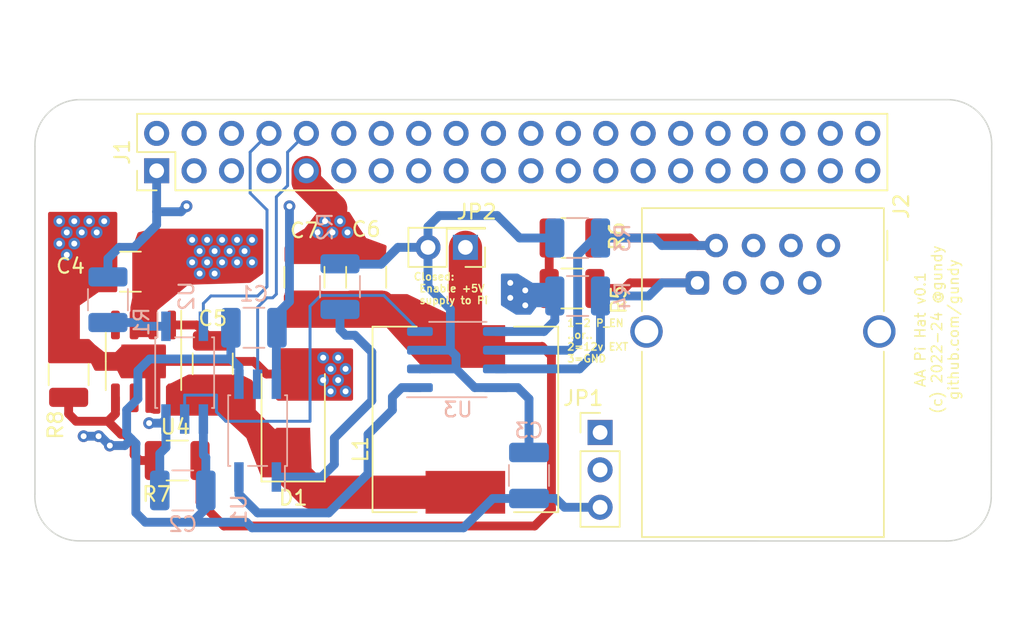
<source format=kicad_pcb>
(kicad_pcb (version 20211014) (generator pcbnew)
  (layers (0 "F.Cu" signal) (1 "In1.Cu" power) (2 "In2.Cu" power) (31 "B.Cu" signal) (34 "B.Paste" user) (35 "F.Paste" user) (36 "B.SilkS" user "B.Silkscreen") (37 "F.SilkS" user "F.Silkscreen") (38 "B.Mask" user) (39 "F.Mask" user) (44 "Edge.Cuts" user))
  (net 0 "")
  (net 1 "+5V")
  (net 2 "GND")
  (net 3 "14_2VIN")
  (net 4 "Net-(C5-Pad1)")
  (net 5 "Net-(C5-Pad2)")
  (net 6 "+3V3")
  (net 10 "TXD")
  (net 11 "RXD")
  (net 39 "unconnected-(J2-PadSH)")
  (net 40 "Net-(R1-Pad2)")
  (net 41 "Net-(R2-Pad2)")
  (net 42 "Net-(R5-Pad2)")
  (net 43 "Net-(R7-Pad2)")
  (net 44 "Net-(U1-Pad3)")
  (net 47 "Net-(U2-Pad5)")
  (net 48 "Net-(C6-Pad1)")
  (net 49 "Net-(J2-Pad5)")
  (net 51 "/CB_RS485_B")
  (net 52 "/CB_RS485_A")
  (footprint "Connector_PinHeader_2.54mm:PinHeader_1x03_P2.54mm_Vertical" (layer "F.Cu") (at 85.979 101.346)
    (fp_text reference "JP1" (at -1.143 -2.33) (layer "F.SilkS"))
    (fp_text value "12v")
    (fp_line (start 1.33 1.27) (end 1.33 6.41) (layer "F.SilkS") (width 0.12))
    (fp_line (start -1.33 -1.33) (end 0 -1.33) (layer "F.SilkS") (width 0.12))
    (fp_line (start -1.33 0) (end -1.33 -1.33) (layer "F.SilkS") (width 0.12))
    (fp_line (start -1.33 6.41) (end 1.33 6.41) (layer "F.SilkS") (width 0.12))
    (fp_line (start -1.33 1.27) (end 1.33 1.27) (layer "F.SilkS") (width 0.12))
    (fp_line (start -1.33 1.27) (end -1.33 6.41) (layer "F.SilkS") (width 0.12))
    (pad "1" thru_hole rect (at 0 0) (size 1.7 1.7) (drill 1) (layers *.Cu *.Mask) (net 49 "Net-(J2-Pad5)"))
    (pad "2" thru_hole oval (at 0 2.54) (size 1.7 1.7) (drill 1) (layers *.Cu *.Mask) (net 3 "14_2VIN"))
    (pad "3" thru_hole oval (at 0 5.08) (size 1.7 1.7) (drill 1) (layers *.Cu *.Mask) (net 2 "GND"))
  )
  (footprint "Diode_SMD:D_SMB_Handsoldering" (layer "F.Cu") (at 65.151 100.076 90)
    (fp_text reference "D1" (at -5.715 0 180) (layer "F.SilkS"))
    (fp_text value "SSB43L")
    (fp_line (start -4.6 -2.15) (end -4.6 2.15) (layer "F.SilkS") (width 0.12))
    (fp_line (start -4.6 2.15) (end 2.7 2.15) (layer "F.SilkS") (width 0.12))
    (fp_line (start -4.6 -2.15) (end 2.7 -2.15) (layer "F.SilkS") (width 0.12))
    (pad "1" smd rect (at -2.7 0 90) (size 3.5 2.3) (layers "F.Cu" "F.Paste" "F.Mask") (net 4 "Net-(C5-Pad1)"))
    (pad "2" smd rect (at 2.7 0 90) (size 3.5 2.3) (layers "F.Cu" "F.Paste" "F.Mask") (net 2 "GND"))
  )
  (footprint "Capacitor_SMD:C_1210_3225Metric_Pad1.33x2.70mm_HandSolder" (layer "F.Cu") (at 59.69 96.6855 90)
    (fp_text reference "C5" (at 3.0865 0 180) (layer "F.SilkS"))
    (fp_text value "0.1uF")
    (fp_line (start -0.711252 1.36) (end 0.711252 1.36) (layer "F.SilkS") (width 0.12))
    (fp_line (start -0.711252 -1.36) (end 0.711252 -1.36) (layer "F.SilkS") (width 0.12))
    (pad "1" smd roundrect (at -1.5625 0 90) (size 1.325 2.7) (layers "F.Cu" "F.Paste" "F.Mask") (roundrect_rratio 0.188679) (net 4 "Net-(C5-Pad1)"))
    (pad "2" smd roundrect (at 1.5625 0 90) (size 1.325 2.7) (layers "F.Cu" "F.Paste" "F.Mask") (roundrect_rratio 0.188679) (net 5 "Net-(C5-Pad2)"))
  )
  (footprint "Capacitor_SMD:C_1210_3225Metric_Pad1.33x2.70mm_HandSolder" (layer "F.Cu") (at 54.102 90.424 180)
    (fp_text reference "C4" (at 4.064 0.381) (layer "F.SilkS"))
    (fp_text value "10uF")
    (fp_line (start -0.711252 1.36) (end 0.711252 1.36) (layer "F.SilkS") (width 0.12))
    (fp_line (start -0.711252 -1.36) (end 0.711252 -1.36) (layer "F.SilkS") (width 0.12))
    (pad "1" smd roundrect (at -1.5625 0 180) (size 1.325 2.7) (layers "F.Cu" "F.Paste" "F.Mask") (roundrect_rratio 0.188679) (net 3 "14_2VIN"))
    (pad "2" smd roundrect (at 1.5625 0 180) (size 1.325 2.7) (layers "F.Cu" "F.Paste" "F.Mask") (roundrect_rratio 0.188679) (net 2 "GND"))
  )
  (footprint "Capacitor_SMD:C_1210_3225Metric_Pad1.33x2.70mm_HandSolder" (layer "F.Cu") (at 65.913 90.805 90)
    (fp_text reference "C7" (at 3.175 0 180) (layer "F.SilkS"))
    (fp_text value "47uF")
    (fp_line (start -0.711252 1.36) (end 0.711252 1.36) (layer "F.SilkS") (width 0.12))
    (fp_line (start -0.711252 -1.36) (end 0.711252 -1.36) (layer "F.SilkS") (width 0.12))
    (pad "1" smd roundrect (at -1.5625 0 90) (size 1.325 2.7) (layers "F.Cu" "F.Paste" "F.Mask") (roundrect_rratio 0.188679) (net 48 "Net-(C6-Pad1)"))
    (pad "2" smd roundrect (at 1.5625 0 90) (size 1.325 2.7) (layers "F.Cu" "F.Paste" "F.Mask") (roundrect_rratio 0.188679) (net 2 "GND"))
  )
  (footprint "Resistor_SMD:R_1210_3225Metric_Pad1.30x2.65mm_HandSolder" (layer "F.Cu") (at 84.074 88.138)
    (fp_text reference "R6" (at 3.048 -0.127 90) (layer "F.SilkS"))
    (fp_text value "60")
    (fp_line (start -0.723737 -1.355) (end 0.723737 -1.355) (layer "F.SilkS") (width 0.12))
    (fp_line (start -0.723737 1.355) (end 0.723737 1.355) (layer "F.SilkS") (width 0.12))
    (pad "1" smd roundrect (at -1.55 0) (size 1.3 2.65) (layers "F.Cu" "F.Paste" "F.Mask") (roundrect_rratio 0.192308) (net 42 "Net-(R5-Pad2)"))
    (pad "2" smd roundrect (at 1.55 0) (size 1.3 2.65) (layers "F.Cu" "F.Paste" "F.Mask") (roundrect_rratio 0.192308) (net 52 "/CB_RS485_A"))
  )
  (footprint "MountingHole:MountingHole_2.7mm_M2.5" (layer "F.Cu") (at 109.093 105.283)
    (fp_text reference "REF**" hide)
    (fp_text value "MountingHole_2.7mm_M2.5")
    (pad "" np_thru_hole circle (at 0 0) (size 2.7 2.7) (drill 2.7) (layers *.Cu *.Mask))
  )
  (footprint "Inductor_SMD:L_12x12mm_H8mm" (layer "F.Cu") (at 76.835 100.457 90)
    (fp_text reference "L1" (at -2.032 -7.112 90) (layer "F.SilkS"))
    (fp_text value "10uH")
    (fp_line (start 6.3 -6.3) (end 6.3 -3.3) (layer "F.SilkS") (width 0.12))
    (fp_line (start -6.3 -3.3) (end -6.3 -6.3) (layer "F.SilkS") (width 0.12))
    (fp_line (start 6.3 3.3) (end 6.3 6.3) (layer "F.SilkS") (width 0.12))
    (fp_line (start -6.3 -6.3) (end 6.3 -6.3) (layer "F.SilkS") (width 0.12))
    (fp_line (start -6.3 6.3) (end -6.3 3.3) (layer "F.SilkS") (width 0.12))
    (fp_line (start 6.3 6.3) (end -6.3 6.3) (layer "F.SilkS") (width 0.12))
    (pad "1" smd rect (at -4.95 0 90) (size 2.9 5.4) (layers "F.Cu" "F.Paste" "F.Mask") (net 4 "Net-(C5-Pad1)"))
    (pad "2" smd rect (at 4.95 0 90) (size 2.9 5.4) (layers "F.Cu" "F.Paste" "F.Mask") (net 48 "Net-(C6-Pad1)"))
  )
  (footprint "Connector_PinHeader_2.54mm:PinHeader_2x01_P2.54mm_Vertical" (layer "F.Cu") (at 76.84 88.773 180)
    (fp_text reference "JP2" (at -0.757 2.413) (layer "F.SilkS"))
    (fp_text value "5vOUT_EN")
    (fp_line (start 1.27 1.27) (end 1.27 -1.33) (layer "F.SilkS") (width 0.12))
    (fp_line (start -1.33 1.33) (end 3.87 1.33) (layer "F.SilkS") (width 0.12))
    (fp_line (start -1.33 1.27) (end -1.33 1.33) (layer "F.SilkS") (width 0.12))
    (fp_line (start -1.33 0) (end -1.33 -1.33) (layer "F.SilkS") (width 0.12))
    (fp_line (start 1.27 -1.33) (end 3.87 -1.33) (layer "F.SilkS") (width 0.12))
    (fp_line (start -1.33 1.27) (end 1.27 1.27) (layer "F.SilkS") (width 0.12))
    (fp_line (start 3.87 -1.33) (end 3.87 1.33) (layer "F.SilkS") (width 0.12))
    (fp_line (start -1.33 -1.33) (end 0 -1.33) (layer "F.SilkS") (width 0.12))
    (pad "1" thru_hole rect (at 0 0 180) (size 1.7 1.7) (drill 1) (layers *.Cu *.Mask) (net 48 "Net-(C6-Pad1)"))
    (pad "2" thru_hole oval (at 2.54 0 180) (size 1.7 1.7) (drill 1) (layers *.Cu *.Mask) (net 1 "+5V"))
  )
  (footprint "Resistor_SMD:R_1210_3225Metric_Pad1.30x2.65mm_HandSolder" (layer "F.Cu") (at 57.277 103.251 180)
    (fp_text reference "R7" (at 1.397 -2.286) (layer "F.SilkS"))
    (fp_text value "53k6")
    (fp_line (start -0.723737 -1.355) (end 0.723737 -1.355) (layer "F.SilkS") (width 0.12))
    (fp_line (start -0.723737 1.355) (end 0.723737 1.355) (layer "F.SilkS") (width 0.12))
    (pad "1" smd roundrect (at -1.55 0 180) (size 1.3 2.65) (layers "F.Cu" "F.Paste" "F.Mask") (roundrect_rratio 0.192308) (net 48 "Net-(C6-Pad1)"))
    (pad "2" smd roundrect (at 1.55 0 180) (size 1.3 2.65) (layers "F.Cu" "F.Paste" "F.Mask") (roundrect_rratio 0.192308) (net 43 "Net-(R7-Pad2)"))
  )
  (footprint "Resistor_SMD:R_1210_3225Metric_Pad1.30x2.65mm_HandSolder" (layer "F.Cu") (at 49.911 97.409 90)
    (fp_text reference "R8" (at -3.429 -0.889 90) (layer "F.SilkS"))
    (fp_text value "10k")
    (fp_line (start -0.723737 -1.355) (end 0.723737 -1.355) (layer "F.SilkS") (width 0.12))
    (fp_line (start -0.723737 1.355) (end 0.723737 1.355) (layer "F.SilkS") (width 0.12))
    (pad "1" smd roundrect (at -1.55 0 90) (size 1.3 2.65) (layers "F.Cu" "F.Paste" "F.Mask") (roundrect_rratio 0.192308) (net 43 "Net-(R7-Pad2)"))
    (pad "2" smd roundrect (at 1.55 0 90) (size 1.3 2.65) (layers "F.Cu" "F.Paste" "F.Mask") (roundrect_rratio 0.192308) (net 2 "GND"))
  )
  (footprint "Resistor_SMD:R_1210_3225Metric_Pad1.30x2.65mm_HandSolder" (layer "F.Cu") (at 84.074 91.567 180)
    (fp_text reference "R5" (at -3.175 -0.762 90) (layer "F.SilkS"))
    (fp_text value "60")
    (fp_line (start -0.723737 1.355) (end 0.723737 1.355) (layer "F.SilkS") (width 0.12))
    (fp_line (start -0.723737 -1.355) (end 0.723737 -1.355) (layer "F.SilkS") (width 0.12))
    (pad "1" smd roundrect (at -1.55 0 180) (size 1.3 2.65) (layers "F.Cu" "F.Paste" "F.Mask") (roundrect_rratio 0.192308) (net 51 "/CB_RS485_B"))
    (pad "2" smd roundrect (at 1.55 0 180) (size 1.3 2.65) (layers "F.Cu" "F.Paste" "F.Mask") (roundrect_rratio 0.192308) (net 42 "Net-(R5-Pad2)"))
  )
  (footprint "Connector_RJ:RJ45_Wuerth_615008142621_Horizontal" (layer "F.Cu") (at 101.473 88.6475 -90)
    (fp_text reference "J2" (at -2.6685 -4.953 90) (layer "F.SilkS"))
    (fp_text value "Wurth RJ45")
    (fp_line (start -2.54 -3.765) (end -2.54 12.655) (layer "F.SilkS") (width 0.12))
    (fp_line (start 19.8 -3.765) (end 7.21 -3.765) (layer "F.SilkS") (width 0.12))
    (fp_line (start 19.8 12.655) (end 19.8 -3.765) (layer "F.SilkS") (width 0.12))
    (fp_line (start -1 -4) (end 1 -4) (layer "F.SilkS") (width 0.12))
    (fp_line (start 4.47 -3.765) (end -2.54 -3.765) (layer "F.SilkS") (width 0.12))
    (fp_line (start -2.54 12.655) (end 4.47 12.655) (layer "F.SilkS") (width 0.12))
    (fp_line (start 7.21 12.655) (end 19.8 12.655) (layer "F.SilkS") (width 0.12))
    (pad "" np_thru_hole circle (at 8.89 -1.27) (size 3.25 3.25) (drill 3.25) (layers *.Cu *.Mask))
    (pad "" np_thru_hole circle (at 8.89 10.16) (size 3.25 3.25) (drill 3.25) (layers *.Cu *.Mask))
    (pad "1" thru_hole roundrect (at 2.54 8.89) (size 1.6 1.6) (drill 0.9) (layers *.Cu *.Mask) (net 51 "/CB_RS485_B"))
    (pad "2" thru_hole circle (at 0 7.62) (size 1.6 1.6) (drill 0.9) (layers *.Cu *.Mask) (net 52 "/CB_RS485_A"))
    (pad "3" thru_hole circle (at 2.54 6.35) (size 1.6 1.6) (drill 0.9) (layers *.Cu *.Mask))
    (pad "4" thru_hole circle (at 0 5.08) (size 1.6 1.6) (drill 0.9) (layers *.Cu *.Mask))
    (pad "5" thru_hole circle (at 2.54 3.81) (size 1.6 1.6) (drill 0.9) (layers *.Cu *.Mask) (net 49 "Net-(J2-Pad5)"))
    (pad "6" thru_hole circle (at 0 2.54) (size 1.6 1.6) (drill 0.9) (layers *.Cu *.Mask) (net 2 "GND"))
    (pad "7" thru_hole circle (at 2.54 1.27) (size 1.6 1.6) (drill 0.9) (layers *.Cu *.Mask))
    (pad "8" thru_hole circle (at 0 0) (size 1.6 1.6) (drill 0.9) (layers *.Cu *.Mask))
    (pad "SH" thru_hole circle (at 5.84 12.345) (size 2.2 2.2) (drill 1.6) (layers *.Cu *.Mask) (net 39 "unconnected-(J2-PadSH)"))
    (pad "SH" thru_hole circle (at 5.84 -3.455) (size 2.2 2.2) (drill 1.6) (layers *.Cu *.Mask) (net 39 "unconnected-(J2-PadSH)"))
  )
  (footprint "Capacitor_SMD:C_1210_3225Metric_Pad1.33x2.70mm_HandSolder" (layer "F.Cu") (at 70.104 90.805 90)
    (fp_text reference "C6" (at 3.2635 0 180) (layer "F.SilkS"))
    (fp_text value "47uF")
    (fp_line (start -0.711252 -1.36) (end 0.711252 -1.36) (layer "F.SilkS") (width 0.12))
    (fp_line (start -0.711252 1.36) (end 0.711252 1.36) (layer "F.SilkS") (width 0.12))
    (pad "1" smd roundrect (at -1.5625 0 90) (size 1.325 2.7) (layers "F.Cu" "F.Paste" "F.Mask") (roundrect_rratio 0.188679) (net 48 "Net-(C6-Pad1)"))
    (pad "2" smd roundrect (at 1.5625 0 90) (size 1.325 2.7) (layers "F.Cu" "F.Paste" "F.Mask") (roundrect_rratio 0.188679) (net 2 "GND"))
  )
  (footprint "MountingHole:MountingHole_2.7mm_M2.5" (layer "F.Cu") (at 51.054 82.169)
    (fp_text reference "REF**" hide)
    (fp_text value "MountingHole_2.7mm_M2.5")
    (pad "" np_thru_hole circle (at 0 0) (size 2.7 2.7) (drill 2.7) (layers *.Cu *.Mask))
  )
  (footprint "Package_SO:SOIC-8-1EP_3.9x4.9mm_P1.27mm_EP2.29x3mm" (layer "F.Cu") (at 54.991 96.52 -90)
    (fp_text reference "U4" (at 4.445 -2.159) (layer "F.SilkS"))
    (fp_text value "ADP2303ARDZ")
    (fp_line (start 0 2.56) (end 1.95 2.56) (layer "F.SilkS") (width 0.12))
    (fp_line (start 0 -2.56) (end 1.95 -2.56) (layer "F.SilkS") (width 0.12))
    (fp_line (start 0 -2.56) (end -3.45 -2.56) (layer "F.SilkS") (width 0.12))
    (fp_line (start 0 2.56) (end -1.95 2.56) (layer "F.SilkS") (width 0.12))
    (pad "1" smd roundrect (at -2.475 -1.905 270) (size 1.95 0.6) (layers "F.Cu" "F.Paste" "F.Mask") (net 5 "Net-(C5-Pad2)"))
    (pad "2" smd roundrect (at -2.475 -0.635 270) (size 1.95 0.6) (layers "F.Cu" "F.Paste" "F.Mask") (net 3 "14_2VIN"))
    (pad "3" smd roundrect (at -2.475 0.635 270) (size 1.95 0.6) (layers "F.Cu" "F.Paste" "F.Mask") (net 3 "14_2VIN"))
    (pad "4" smd roundrect (at -2.475 1.905 270) (size 1.95 0.6) (layers "F.Cu" "F.Paste" "F.Mask"))
    (pad "5" smd roundrect (at 2.475 1.905 270) (size 1.95 0.6) (layers "F.Cu" "F.Paste" "F.Mask") (net 43 "Net-(R7-Pad2)"))
    (pad "6" smd roundrect (at 2.475 0.635 270) (size 1.95 0.6) (layers "F.Cu" "F.Paste" "F.Mask"))
    (pad "7" smd roundrect (at 2.475 -0.635 270) (size 1.95 0.6) (layers "F.Cu" "F.Paste" "F.Mask") (net 2 "GND"))
    (pad "8" smd roundrect (at 2.475 -1.905 270) (size 1.95 0.6) (layers "F.Cu" "F.Paste" "F.Mask") (net 4 "Net-(C5-Pad1)"))
    (pad "9" smd rect (at 0 0 270) (size 2.29 3) (layers "F.Cu" "F.Mask") (net 2 "GND"))
  )
  (footprint "Connector_PinHeader_2.54mm:PinHeader_2x20_P2.54mm_Vertical" (layer "F.Cu") (at 55.885 83.571 90)
    (fp_text reference "J1" (at 1.27 -2.33 90) (layer "F.SilkS"))
    (fp_text value "Raspberry_Pi_2_3")
    (fp_line (start -1.33 1.27) (end -1.33 49.59) (layer "F.SilkS") (width 0.12))
    (fp_line (start 3.87 -1.33) (end 3.87 49.59) (layer "F.SilkS") (width 0.12))
    (fp_line (start -1.33 0) (end -1.33 -1.33) (layer "F.SilkS") (width 0.12))
    (fp_line (start -1.33 1.27) (end 1.27 1.27) (layer "F.SilkS") (width 0.12))
    (fp_line (start -1.33 -1.33) (end 0 -1.33) (layer "F.SilkS") (width 0.12))
    (fp_line (start 1.27 -1.33) (end 3.87 -1.33) (layer "F.SilkS") (width 0.12))
    (fp_line (start 1.27 1.27) (end 1.27 -1.33) (layer "F.SilkS") (width 0.12))
    (fp_line (start -1.33 49.59) (end 3.87 49.59) (layer "F.SilkS") (width 0.12))
    (pad "1" thru_hole rect (at 0 0 90) (size 1.7 1.7) (drill 1) (layers *.Cu *.Mask) (net 6 "+3V3"))
    (pad "2" thru_hole oval (at 2.54 0 90) (size 1.7 1.7) (drill 1) (layers *.Cu *.Mask) (net 1 "+5V"))
    (pad "3" thru_hole oval (at 0 2.54 90) (size 1.7 1.7) (drill 1) (layers *.Cu *.Mask))
    (pad "4" thru_hole oval (at 2.54 2.54 90) (size 1.7 1.7) (drill 1) (layers *.Cu *.Mask) (net 1 "+5V"))
    (pad "5" thru_hole oval (at 0 5.08 90) (size 1.7 1.7) (drill 1) (layers *.Cu *.Mask))
    (pad "6" thru_hole oval (at 2.54 5.08 90) (size 1.7 1.7) (drill 1) (layers *.Cu *.Mask) (net 2 "GND"))
    (pad "7" thru_hole oval (at 0 7.62 90) (size 1.7 1.7) (drill 1) (layers *.Cu *.Mask))
    (pad "8" thru_hole oval (at 2.54 7.62 90) (size 1.7 1.7) (drill 1) (layers *.Cu *.Mask) (net 10 "TXD"))
    (pad "9" thru_hole oval (at 0 10.16 90) (size 1.7 1.7) (drill 1) (layers *.Cu *.Mask) (net 2 "GND"))
    (pad "10" thru_hole oval (at 2.54 10.16 90) (size 1.7 1.7) (drill 1) (layers *.Cu *.Mask) (net 11 "RXD"))
    (pad "11" thru_hole oval (at 0 12.7 90) (size 1.7 1.7) (drill 1) (layers *.Cu *.Mask))
    (pad "12" thru_hole oval (at 2.54 12.7 90) (size 1.7 1.7) (drill 1) (layers *.Cu *.Mask))
    (pad "13" thru_hole oval (at 0 15.24 90) (size 1.7 1.7) (drill 1) (layers *.Cu *.Mask))
    (pad "14" thru_hole oval (at 2.54 15.24 90) (size 1.7 1.7) (drill 1) (layers *.Cu *.Mask) (net 2 "GND"))
    (pad "15" thru_hole oval (at 0 17.78 90) (size 1.7 1.7) (drill 1) (layers *.Cu *.Mask))
    (pad "16" thru_hole oval (at 2.54 17.78 90) (size 1.7 1.7) (drill 1) (layers *.Cu *.Mask))
    (pad "17" thru_hole oval (at 0 20.32 90) (size 1.7 1.7) (drill 1) (layers *.Cu *.Mask))
    (pad "18" thru_hole oval (at 2.54 20.32 90) (size 1.7 1.7) (drill 1) (layers *.Cu *.Mask))
    (pad "19" thru_hole oval (at 0 22.86 90) (size 1.7 1.7) (drill 1) (layers *.Cu *.Mask))
    (pad "20" thru_hole oval (at 2.54 22.86 90) (size 1.7 1.7) (drill 1) (layers *.Cu *.Mask) (net 2 "GND"))
    (pad "21" thru_hole oval (at 0 25.4 90) (size 1.7 1.7) (drill 1) (layers *.Cu *.Mask))
    (pad "22" thru_hole oval (at 2.54 25.4 90) (size 1.7 1.7) (drill 1) (layers *.Cu *.Mask))
    (pad "23" thru_hole oval (at 0 27.94 90) (size 1.7 1.7) (drill 1) (layers *.Cu *.Mask))
    (pad "24" thru_hole oval (at 2.54 27.94 90) (size 1.7 1.7) (drill 1) (layers *.Cu *.Mask))
    (pad "25" thru_hole oval (at 0 30.48 90) (size 1.7 1.7) (drill 1) (layers *.Cu *.Mask) (net 2 "GND"))
    (pad "26" thru_hole oval (at 2.54 30.48 90) (size 1.7 1.7) (drill 1) (layers *.Cu *.Mask))
    (pad "27" thru_hole oval (at 0 33.02 90) (size 1.7 1.7) (drill 1) (layers *.Cu *.Mask))
    (pad "28" thru_hole oval (at 2.54 33.02 90) (size 1.7 1.7) (drill 1) (layers *.Cu *.Mask))
    (pad "29" thru_hole oval (at 0 35.56 90) (size 1.7 1.7) (drill 1) (layers *.Cu *.Mask))
    (pad "30" thru_hole oval (at 2.54 35.56 90) (size 1.7 1.7) (drill 1) (layers *.Cu *.Mask) (net 2 "GND"))
    (pad "31" thru_hole oval (at 0 38.1 90) (size 1.7 1.7) (drill 1) (layers *.Cu *.Mask))
    (pad "32" thru_hole oval (at 2.54 38.1 90) (size 1.7 1.7) (drill 1) (layers *.Cu *.Mask))
    (pad "33" thru_hole oval (at 0 40.64 90) (size 1.7 1.7) (drill 1) (layers *.Cu *.Mask))
    (pad "34" thru_hole oval (at 2.54 40.64 90) (size 1.7 1.7) (drill 1) (layers *.Cu *.Mask) (net 2 "GND"))
    (pad "35" thru_hole oval (at 0 43.18 90) (size 1.7 1.7) (drill 1) (layers *.Cu *.Mask))
    (pad "36" thru_hole oval (at 2.54 43.18 90) (size 1.7 1.7) (drill 1) (layers *.Cu *.Mask))
    (pad "37" thru_hole oval (at 0 45.72 90) (size 1.7 1.7) (drill 1) (layers *.Cu *.Mask))
    (pad "38" thru_hole oval (at 2.54 45.72 90) (size 1.7 1.7) (drill 1) (layers *.Cu *.Mask))
    (pad "39" thru_hole oval (at 0 48.26 90) (size 1.7 1.7) (drill 1) (layers *.Cu *.Mask) (net 2 "GND"))
    (pad "40" thru_hole oval (at 2.54 48.26 90) (size 1.7 1.7) (drill 1) (layers *.Cu *.Mask))
  )
  (footprint "MountingHole:MountingHole_2.7mm_M2.5" (layer "F.Cu") (at 51.054 105.283)
    (fp_text reference "REF**" hide)
    (fp_text value "MountingHole_2.7mm_M2.5")
    (pad "" np_thru_hole circle (at 0 0) (size 2.7 2.7) (drill 2.7) (layers *.Cu *.Mask))
  )
  (footprint "MountingHole:MountingHole_2.7mm_M2.5" (layer "F.Cu") (at 109.093 82.169)
    (fp_text reference "REF**" hide)
    (fp_text value "MountingHole_2.7mm_M2.5")
    (pad "" np_thru_hole circle (at 0 0) (size 2.7 2.7) (drill 2.7) (layers *.Cu *.Mask))
  )
  (footprint "Capacitor_SMD:C_1210_3225Metric_Pad1.33x2.70mm_HandSolder" (layer "B.Cu") (at 57.658 105.283)
    (fp_text reference "C2" (at 0 2.3) (layer "B.SilkS") (effects (justify mirror)))
    (fp_text value "0.1uF")
    (fp_line (start -0.711252 1.36) (end 0.711252 1.36) (layer "B.SilkS") (width 0.12))
    (fp_line (start -0.711252 -1.36) (end 0.711252 -1.36) (layer "B.SilkS") (width 0.12))
    (pad "1" smd roundrect (at -1.5625 0) (size 1.325 2.7) (layers "B.Cu" "B.Paste" "B.Mask") (roundrect_rratio 0.188679) (net 1 "+5V"))
    (pad "2" smd roundrect (at 1.5625 0) (size 1.325 2.7) (layers "B.Cu" "B.Paste" "B.Mask") (roundrect_rratio 0.188679) (net 2 "GND"))
  )
  (footprint "Resistor_SMD:R_1210_3225Metric_Pad1.30x2.65mm_HandSolder" (layer "B.Cu") (at 68.326 91.44 -90)
    (fp_text reference "R2" (at -4.064 1.016 90) (layer "B.SilkS") (effects (justify mirror)))
    (fp_text value "220")
    (fp_line (start -0.723737 1.355) (end 0.723737 1.355) (layer "B.SilkS") (width 0.12))
    (fp_line (start -0.723737 -1.355) (end 0.723737 -1.355) (layer "B.SilkS") (width 0.12))
    (pad "1" smd roundrect (at -1.55 0 270) (size 1.3 2.65) (layers "B.Cu" "B.Paste" "B.Mask") (roundrect_rratio 0.192308) (net 1 "+5V"))
    (pad "2" smd roundrect (at 1.55 0 270) (size 1.3 2.65) (layers "B.Cu" "B.Paste" "B.Mask") (roundrect_rratio 0.192308) (net 41 "Net-(R2-Pad2)"))
  )
  (footprint "Package_SO:SO-5_4.4x3.6mm_P1.27mm" (layer "B.Cu") (at 62.738 101.219 90)
    (fp_text reference "U1" (at -5.334 -1.27 90) (layer "B.SilkS") (effects (justify mirror)))
    (fp_text value "RV1S9060A")
    (fp_line (start 2.4 -1.85) (end 2.4 -2) (layer "B.SilkS") (width 0.12))
    (fp_line (start -2.4 1.85) (end -2.4 2) (layer "B.SilkS") (width 0.12))
    (fp_line (start -2.4 -2) (end -2.4 -1.85) (layer "B.SilkS") (width 0.12))
    (fp_line (start 2.4 2) (end 2.4 1.85) (layer "B.SilkS") (width 0.12))
    (fp_line (start 2.4 -2) (end -2.4 -2) (layer "B.SilkS") (width 0.12))
    (fp_line (start -2.4 2) (end 2.4 2) (layer "B.SilkS") (width 0.12))
    (fp_line (start -2.4 -0.65) (end -2.4 0.65) (layer "B.SilkS") (width 0.12))
    (fp_line (start -2.4 1.85) (end -4.1 1.85) (layer "B.SilkS") (width 0.12))
    (pad "1" smd rect (at -3.15 1.27 90) (size 2 0.64) (layers "B.Cu" "B.Paste" "B.Mask") (net 41 "Net-(R2-Pad2)"))
    (pad "3" smd rect (at -3.15 -1.27 90) (size 2 0.64) (layers "B.Cu" "B.Paste" "B.Mask") (net 44 "Net-(U1-Pad3)"))
    (pad "4" smd rect (at 3.15 -1.27 90) (size 2 0.64) (layers "B.Cu" "B.Paste" "B.Mask") (net 2 "GND"))
    (pad "5" smd rect (at 3.15 0 90) (size 2 0.64) (layers "B.Cu" "B.Paste" "B.Mask") (net 11 "RXD"))
    (pad "6" smd rect (at 3.15 1.27 90) (size 2 0.64) (layers "B.Cu" "B.Paste" "B.Mask") (net 6 "+3V3"))
  )
  (footprint "Resistor_SMD:R_1210_3225Metric_Pad1.30x2.65mm_HandSolder" (layer "B.Cu") (at 52.578 92.329 -90)
    (fp_text reference "R1" (at 1.498 -2.286 90) (layer "B.SilkS") (effects (justify mirror)))
    (fp_text value "130")
    (fp_line (start -0.723737 -1.355) (end 0.723737 -1.355) (layer "B.SilkS") (width 0.12))
    (fp_line (start -0.723737 1.355) (end 0.723737 1.355) (layer "B.SilkS") (width 0.12))
    (pad "1" smd roundrect (at -1.55 0 270) (size 1.3 2.65) (layers "B.Cu" "B.Paste" "B.Mask") (roundrect_rratio 0.192308) (net 6 "+3V3"))
    (pad "2" smd roundrect (at 1.55 0 270) (size 1.3 2.65) (layers "B.Cu" "B.Paste" "B.Mask") (roundrect_rratio 0.192308) (net 40 "Net-(R1-Pad2)"))
  )
  (footprint "Capacitor_SMD:C_1210_3225Metric_Pad1.33x2.70mm_HandSolder" (layer "B.Cu") (at 62.484 94.234 180)
    (fp_text reference "C1" (at 0 2.3) (layer "B.SilkS") (effects (justify mirror)))
    (fp_text value "0.1uF")
    (fp_line (start -0.711252 1.36) (end 0.711252 1.36) (layer "B.SilkS") (width 0.12))
    (fp_line (start -0.711252 -1.36) (end 0.711252 -1.36) (layer "B.SilkS") (width 0.12))
    (pad "1" smd roundrect (at -1.5625 0 180) (size 1.325 2.7) (layers "B.Cu" "B.Paste" "B.Mask") (roundrect_rratio 0.188679) (net 6 "+3V3"))
    (pad "2" smd roundrect (at 1.5625 0 180) (size 1.325 2.7) (layers "B.Cu" "B.Paste" "B.Mask") (roundrect_rratio 0.188679) (net 2 "GND"))
  )
  (footprint "Package_SO:SO-5_4.4x3.6mm_P1.27mm" (layer "B.Cu") (at 57.785 97.282 -90)
    (fp_text reference "U2" (at -5.207 -0.127 90) (layer "B.SilkS") (effects (justify mirror)))
    (fp_text value "RV1S9060A")
    (fp_line (start -2.4 -2) (end -2.4 -1.85) (layer "B.SilkS") (width 0.12))
    (fp_line (start -2.4 1.85) (end -4.1 1.85) (layer "B.SilkS") (width 0.12))
    (fp_line (start -2.4 2) (end 2.4 2) (layer "B.SilkS") (width 0.12))
    (fp_line (start 2.4 -2) (end -2.4 -2) (layer "B.SilkS") (width 0.12))
    (fp_line (start 2.4 -1.85) (end 2.4 -2) (layer "B.SilkS") (width 0.12))
    (fp_line (start -2.4 -0.65) (end -2.4 0.65) (layer "B.SilkS") (width 0.12))
    (fp_line (start 2.4 2) (end 2.4 1.85) (layer "B.SilkS") (width 0.12))
    (fp_line (start -2.4 1.85) (end -2.4 2) (layer "B.SilkS") (width 0.12))
    (pad "1" smd rect (at -3.15 1.27 270) (size 2 0.64) (layers "B.Cu" "B.Paste" "B.Mask") (net 40 "Net-(R1-Pad2)"))
    (pad "3" smd rect (at -3.15 -1.27 270) (size 2 0.64) (layers "B.Cu" "B.Paste" "B.Mask") (net 10 "TXD"))
    (pad "4" smd rect (at 3.15 -1.27 270) (size 2 0.64) (layers "B.Cu" "B.Paste" "B.Mask") (net 2 "GND"))
    (pad "5" smd rect (at 3.15 0 270) (size 2 0.64) (layers "B.Cu" "B.Paste" "B.Mask") (net 47 "Net-(U2-Pad5)"))
    (pad "6" smd rect (at 3.15 1.27 270) (size 2 0.64) (layers "B.Cu" "B.Paste" "B.Mask") (net 1 "+5V"))
  )
  (footprint "Resistor_SMD:R_1210_3225Metric_Pad1.30x2.65mm_HandSolder" (layer "B.Cu") (at 84.455 88.138 180)
    (fp_text reference "R3" (at -3.048 0 90) (layer "B.SilkS") (effects (justify mirror)))
    (fp_text value "220")
    (fp_line (start -0.723737 -1.355) (end 0.723737 -1.355) (layer "B.SilkS") (width 0.12))
    (fp_line (start -0.723737 1.355) (end 0.723737 1.355) (layer "B.SilkS") (width 0.12))
    (pad "1" smd roundrect (at -1.55 0 180) (size 1.3 2.65) (layers "B.Cu" "B.Paste" "B.Mask") (roundrect_rratio 0.192308) (net 52 "/CB_RS485_A"))
    (pad "2" smd roundrect (at 1.55 0 180) (size 1.3 2.65) (layers "B.Cu" "B.Paste" "B.Mask") (roundrect_rratio 0.192308) (net 1 "+5V"))
  )
  (footprint "Package_SO:SO-8_3.9x4.9mm_P1.27mm" (layer "B.Cu") (at 76.327 96.393)
    (fp_text reference "U3" (at 0 3.4) (layer "B.SilkS") (effects (justify mirror)))
    (fp_text value "MAX13487E")
    (fp_line (start 0 2.56) (end -3.45 2.56) (layer "B.SilkS") (width 0.12))
    (fp_line (start 0 -2.56) (end -1.95 -2.56) (layer "B.SilkS") (width 0.12))
    (fp_line (start 0 -2.56) (end 1.95 -2.56) (layer "B.SilkS") (width 0.12))
    (fp_line (start 0 2.56) (end 1.95 2.56) (layer "B.SilkS") (width 0.12))
    (pad "1" smd roundrect (at -2.575 1.905) (size 1.75 0.6) (layers "B.Cu" "B.Paste" "B.Mask") (net 44 "Net-(U1-Pad3)"))
    (pad "2" smd roundrect (at -2.575 0.635) (size 1.75 0.6) (layers "B.Cu" "B.Paste" "B.Mask") (net 1 "+5V"))
    (pad "3" smd roundrect (at -2.575 -0.635) (size 1.75 0.6) (layers "B.Cu" "B.Paste" "B.Mask") (net 1 "+5V"))
    (pad "4" smd roundrect (at -2.575 -1.905) (size 1.75 0.6) (layers "B.Cu" "B.Paste" "B.Mask") (net 47 "Net-(U2-Pad5)"))
    (pad "5" smd roundrect (at 2.575 -1.905) (size 1.75 0.6) (layers "B.Cu" "B.Paste" "B.Mask") (net 2 "GND"))
    (pad "6" smd roundrect (at 2.575 -0.635) (size 1.75 0.6) (layers "B.Cu" "B.Paste" "B.Mask") (net 52 "/CB_RS485_A"))
    (pad "7" smd roundrect (at 2.575 0.635) (size 1.75 0.6) (layers "B.Cu" "B.Paste" "B.Mask") (net 51 "/CB_RS485_B"))
    (pad "8" smd roundrect (at 2.575 1.905) (size 1.75 0.6) (layers "B.Cu" "B.Paste" "B.Mask") (net 1 "+5V"))
  )
  (footprint "Resistor_SMD:R_1210_3225Metric_Pad1.30x2.65mm_HandSolder" (layer "B.Cu") (at 84.455 92.075)
    (fp_text reference "R4" (at 3.048 0 90) (layer "B.SilkS") (effects (justify mirror)))
    (fp_text value "220")
    (fp_line (start -0.723737 -1.355) (end 0.723737 -1.355) (layer "B.SilkS") (width 0.12))
    (fp_line (start -0.723737 1.355) (end 0.723737 1.355) (layer "B.SilkS") (width 0.12))
    (pad "1" smd roundrect (at -1.55 0) (size 1.3 2.65) (layers "B.Cu" "B.Paste" "B.Mask") (roundrect_rratio 0.192308) (net 2 "GND"))
    (pad "2" smd roundrect (at 1.55 0) (size 1.3 2.65) (layers "B.Cu" "B.Paste" "B.Mask") (roundrect_rratio 0.192308) (net 51 "/CB_RS485_B"))
  )
  (footprint "Capacitor_SMD:C_1210_3225Metric_Pad1.33x2.70mm_HandSolder" (layer "B.Cu") (at 81.153 104.267 -90)
    (fp_text reference "C3" (at -3.048 0 180) (layer "B.SilkS") (effects (justify mirror)))
    (fp_text value "0.1µF")
    (fp_line (start -0.711252 -1.36) (end 0.711252 -1.36) (layer "B.SilkS") (width 0.12))
    (fp_line (start -0.711252 1.36) (end 0.711252 1.36) (layer "B.SilkS") (width 0.12))
    (pad "1" smd roundrect (at -1.5625 0 270) (size 1.325 2.7) (layers "B.Cu" "B.Paste" "B.Mask") (roundrect_rratio 0.188679) (net 1 "+5V"))
    (pad "2" smd roundrect (at 1.5625 0 270) (size 1.325 2.7) (layers "B.Cu" "B.Paste" "B.Mask") (roundrect_rratio 0.188679) (net 2 "GND"))
  )
  (gr_line (start 50.609626 78.74) (end 109.51 78.74) (layer "Edge.Cuts") (width 0.1))
  (gr_line (start 112.554 81.75032) (end 112.525739 105.667739) (layer "Edge.Cuts") (width 0.1))
  (gr_arc (start 112.525739 105.667739) (mid 111.632989 107.822989) (end 109.477739 108.715739) (layer "Edge.Cuts") (width 0.1))
  (gr_line (start 50.625 108.708261) (end 109.477739 108.715739) (layer "Edge.Cuts") (width 0.1))
  (gr_arc (start 109.51 78.74) (mid 111.660368 79.609762) (end 112.554 81.75032) (layer "Edge.Cuts") (width 0.1))
  (gr_line (start 47.625 81.915) (end 47.625 105.533261) (layer "Edge.Cuts") (width 0.1))
  (gr_arc (start 47.625 81.915) (mid 48.459504 79.709133) (end 50.609626 78.74) (layer "Edge.Cuts") (width 0.1))
  (gr_arc (start 50.625 108.708261) (mid 48.440931 107.767125) (end 47.625 105.533261) (layer "Edge.Cuts") (width 0.1))
  (gr_text "1-2 P_EN\n..or..\n2=12v EXT\n3=GND\n" (at 83.693 95.123) (layer "F.SilkS") (effects (font (size 0.5 0.5) (thickness 0.1)) (justify left)))
  (gr_text "Closed:\n Enable +5V \n supply to Pi\n" (at 73.279 91.567) (layer "F.SilkS") (effects (font (size 0.5 0.5) (thickness 0.1)) (justify left)))
  (gr_text "AA Pi Hat v0.1\n(c) 2022-24 @gundy\ngithub.com/gundy" (at 108.839 94.361 90) (layer "F.SilkS") (effects (font (size 0.7 0.7) (thickness 0.1))))
  (via (at 55.372 100.711) (size 0.8) (drill 0.4) (layers "F.Cu" "B.Cu") (net 1))
  (segment (start 56.515 102.362) (end 56.0955 102.7815) (width 0.6) (layer "B.Cu") (net 1))
  (segment (start 74.295 91.44) (end 74.3 91.435) (width 0.6) (layer "B.Cu") (net 1))
  (segment (start 68.352 89.916) (end 68.326 89.89) (width 0.6) (layer "B.Cu") (net 1))
  (segment (start 80.391 98.298) (end 78.902 98.298) (width 0.6) (layer "B.Cu") (net 1))
  (segment (start 71.12 89.916) (end 68.352 89.916) (width 0.6) (layer "B.Cu") (net 1))
  (segment (start 74.3 88.773) (end 72.263 88.773) (width 0.6) (layer "B.Cu") (net 1))
  (segment (start 75.819 95.758) (end 75.819 92.964) (width 0.6) (layer "B.Cu") (net 1))
  (segment (start 74.3 91.435) (end 74.3 88.773) (width 0.6) (layer "B.Cu") (net 1))
  (segment (start 76.2 97.028) (end 73.752 97.028) (width 0.6) (layer "B.Cu") (net 1))
  (segment (start 74.3 87.371) (end 74.3 88.773) (width 0.6) (layer "B.Cu") (net 1))
  (segment (start 78.902 98.298) (end 77.47 98.298) (width 0.6) (layer "B.Cu") (net 1))
  (segment (start 56.0955 102.7815) (end 56.0955 105.283) (width 0.6) (layer "B.Cu") (net 1))
  (segment (start 72.263 88.773) (end 71.12 89.916) (width 0.6) (layer "B.Cu") (net 1))
  (segment (start 82.905 88.138) (end 80.518 88.138) (width 0.6) (layer "B.Cu") (net 1))
  (segment (start 56.236 100.711) (end 56.515 100.432) (width 0.6) (layer "B.Cu") (net 1))
  (segment (start 75.819 92.964) (end 74.295 91.44) (width 0.6) (layer "B.Cu") (net 1))
  (segment (start 76.2 96.139) (end 75.819 95.758) (width 0.6) (layer "B.Cu") (net 1))
  (segment (start 75.819 95.758) (end 73.752 95.758) (width 0.6) (layer "B.Cu") (net 1))
  (segment (start 78.994 86.614) (end 75.057 86.614) (width 0.6) (layer "B.Cu") (net 1))
  (segment (start 77.47 98.298) (end 76.2 97.028) (width 0.6) (layer "B.Cu") (net 1))
  (segment (start 81.153 102.7045) (end 81.153 99.06) (width 0.6) (layer "B.Cu") (net 1))
  (segment (start 81.153 99.06) (end 80.391 98.298) (width 0.6) (layer "B.Cu") (net 1))
  (segment (start 76.2 97.028) (end 76.2 96.139) (width 0.6) (layer "B.Cu") (net 1))
  (segment (start 55.372 100.711) (end 56.236 100.711) (width 0.6) (layer "B.Cu") (net 1))
  (segment (start 56.515 100.432) (end 56.515 102.362) (width 0.6) (layer "B.Cu") (net 1))
  (segment (start 75.057 86.614) (end 74.3 87.371) (width 0.6) (layer "B.Cu") (net 1))
  (segment (start 80.518 88.138) (end 78.994 86.614) (width 0.6) (layer "B.Cu") (net 1))
  (segment (start 70.104 89.2425) (end 65.913 89.2425) (width 1.27) (layer "F.Cu") (net 2))
  (segment (start 66.045 83.571) (end 66.04 83.576) (width 2) (layer "F.Cu") (net 2))
  (segment (start 63.34 97.376) (end 65.151 97.376) (width 0.6) (layer "F.Cu") (net 2))
  (segment (start 66.04 83.576) (end 66.04 84.328) (width 2) (layer "F.Cu") (net 2))
  (segment (start 67.818 86.106) (end 67.818 87.249) (width 2) (layer "F.Cu") (net 2))
  (segment (start 62.484 96.52) (end 63.34 97.376) (width 0.6) (layer "F.Cu") (net 2))
  (segment (start 52.5395 90.424) (end 50.673 90.424) (width 0.6) (layer "F.Cu") (net 2))
  (segment (start 50.673 90.424) (end 49.911 91.186) (width 0.6) (layer "F.Cu") (net 2))
  (segment (start 54.991 96.52) (end 62.484 96.52) (width 0.6) (layer "F.Cu") (net 2))
  (segment (start 66.04 84.328) (end 67.818 86.106) (width 2) (layer "F.Cu") (net 2))
  (segment (start 49.911 91.186) (end 49.911 95.859) (width 0.6) (layer "F.Cu") (net 2))
  (via (at 80.899 92.71) (size 0.8) (drill 0.4) (layers "F.Cu" "B.Cu") (net 2))
  (via (at 80.899 91.694) (size 0.8) (drill 0.4) (layers "F.Cu" "B.Cu") (net 2))
  (via (at 79.883 91.186) (size 0.8) (drill 0.4) (layers "F.Cu" "B.Cu") (net 2))
  (via (at 68.707 97.028) (size 0.8) (drill 0.4) (layers "F.Cu" "B.Cu") (net 2))
  (via (at 67.691 98.552) (size 0.8) (drill 0.4) (layers "F.Cu" "B.Cu") (net 2))
  (via (at 49.276 86.995) (size 0.8) (drill 0.4) (layers "F.Cu" "B.Cu") (net 2))
  (via (at 52.705 102.235) (size 0.8) (drill 0.4) (layers "F.Cu" "B.Cu") (net 2))
  (via (at 52.324 86.995) (size 0.8) (drill 0.4) (layers "F.Cu" "B.Cu") (net 2))
  (via (at 66.802 87.757) (size 0.8) (drill 0.4) (layers "F.Cu" "B.Cu") (net 2))
  (via (at 68.707 98.552) (size 0.8) (drill 0.4) (layers "F.Cu" "B.Cu") (net 2))
  (via (at 51.816 87.757) (size 0.8) (drill 0.4) (layers "F.Cu" "B.Cu") (net 2))
  (via (at 67.31 86.995) (size 0.8) (drill 0.4) (layers "F.Cu" "B.Cu") (net 2))
  (via (at 49.784 87.757) (size 0.8) (drill 0.4) (layers "F.Cu" "B.Cu") (net 2))
  (via (at 50.8 87.757) (size 0.8) (drill 0.4) (layers "F.Cu" "B.Cu") (net 2))
  (via (at 51.308 86.995) (size 0.8) (drill 0.4) (layers "F.Cu" "B.Cu") (net 2))
  (via (at 67.691 97.028) (size 0.8) (drill 0.4) (layers "F.Cu" "B.Cu") (net 2))
  (via (at 68.199 97.79) (size 0.8) (drill 0.4) (layers "F.Cu" "B.Cu") (net 2))
  (via (at 68.326 86.995) (size 0.8) (drill 0.4) (layers "F.Cu" "B.Cu") (net 2))
  (via (at 68.199 96.266) (size 0.8) (drill 0.4) (layers "F.Cu" "B.Cu") (net 2))
  (via (at 79.883 92.202) (size 0.8) (drill 0.4) (layers "F.Cu" "B.Cu") (net 2))
  (via (at 50.927 101.6) (size 0.8) (drill 0.4) (layers "F.Cu" "B.Cu") (net 2))
  (via (at 49.784 89.281) (size 0.8) (drill 0.4) (layers "F.Cu" "B.Cu") (net 2))
  (via (at 67.818 87.757) (size 0.8) (drill 0.4) (layers "F.Cu" "B.Cu") (net 2))
  (via (at 51.943 101.6) (size 0.8) (drill 0.4) (layers "F.Cu" "B.Cu") (net 2))
  (via (at 50.292 88.519) (size 0.8) (drill 0.4) (layers "F.Cu" "B.Cu") (net 2))
  (via (at 68.834 87.757) (size 0.8) (drill 0.4) (layers "F.Cu" "B.Cu") (net 2))
  (via (at 67.183 96.266) (size 0.8) (drill 0.4) (layers "F.Cu" "B.Cu") (net 2))
  (via (at 49.276 88.519) (size 0.8) (drill 0.4) (layers "F.Cu" "B.Cu") (net 2))
  (via (at 50.292 86.995) (size 0.8) (drill 0.4) (layers "F.Cu" "B.Cu") (net 2))
  (via (at 67.183 97.79) (size 0.8) (drill 0.4) (layers "F.Cu" "B.Cu") (net 2))
  (segment (start 54.483 102.108) (end 54.1655 101.7905) (width 0.6) (layer "B.Cu") (net 2))
  (segment (start 58.293 107.442) (end 55.118 107.442) (width 0.6) (layer "B.Cu") (net 2))
  (segment (start 59.2205 103.0355) (end 59.2205 105.283) (width 0.6) (layer "B.Cu") (net 2))
  (segment (start 59.2205 106.5145) (end 58.293 107.442) (width 0.6) (layer "B.Cu") (net 2))
  (segment (start 53.848 99.822) (end 54.61 99.06) (width 0.6) (layer "B.Cu") (net 2))
  (segment (start 54.472489 102.118511) (end 54.483 102.108) (width 0.6) (layer "B.Cu") (net 2))
  (segment (start 82.9695 105.8295) (end 83.566 106.426) (width 0.6) (layer "B.Cu") (net 2))
  (segment (start 76.708 107.823) (end 78.7015 105.8295) (width 0.6) (layer "B.Cu") (net 2))
  (segment (start 62.357 107.823) (end 76.708 107.823) (width 0.6) (layer "B.Cu") (net 2))
  (segment (start 54.61 97.155) (end 55.4105 96.3545) (width 0.6) (layer "B.Cu") (net 2))
  (segment (start 53.721 102.235) (end 54.1655 101.7905) (width 0.6) (layer "B.Cu") (net 2))
  (segment (start 83.566 106.426) (end 85.979 106.426) (width 0.6) (layer "B.Cu") (net 2))
  (segment (start 55.118 107.442) (end 54.472489 106.796489) (width 0.6) (layer "B.Cu") (net 2))
  (segment (start 59.2205 105.283) (end 59.2205 106.5145) (width 0.6) (layer "B.Cu") (net 2))
  (segment (start 61.468 98.069) (end 61.468 96.901) (width 0.6) (layer "B.Cu") (net 2))
  (segment (start 55.4105 96.3545) (end 60.9215 96.3545) (width 0.6) (layer "B.Cu") (net 2))
  (segment (start 58.293 107.442) (end 61.976 107.442) (width 0.6) (layer "B.Cu") (net 2))
  (segment (start 54.1655 101.7905) (end 53.848 101.473) (width 0.6) (layer "B.Cu") (net 2))
  (segment (start 81.153 105.8295) (end 82.9695 105.8295) (width 0.6) (layer "B.Cu") (net 2))
  (segment (start 59.055 102.87) (end 59.2205 103.0355) (width 0.6) (layer "B.Cu") (net 2))
  (segment (start 52.07 101.6) (end 52.705 102.235) (width 0.6) (layer "B.Cu") (net 2))
  (segment (start 50.927 101.6) (end 51.943 101.6) (width 0.6) (layer "B.Cu") (net 2))
  (segment (start 61.976 107.442) (end 62.357 107.823) (width 0.6) (layer "B.Cu") (net 2))
  (segment (start 60.9215 96.3545) (end 60.9215 94.234) (width 0.6) (layer "B.Cu") (net 2))
  (segment (start 59.055 100.432) (end 59.055 102.87) (width 0.6) (layer "B.Cu") (net 2))
  (segment (start 78.902 94.488) (end 82.169 94.488) (width 0.6) (layer "B.Cu") (net 2))
  (segment (start 54.61 99.06) (end 54.61 97.155) (width 0.6) (layer "B.Cu") (net 2))
  (segment (start 54.472489 106.796489) (end 54.472489 102.118511) (width 0.6) (layer "B.Cu") (net 2))
  (segment (start 78.7015 105.8295) (end 81.153 105.8295) (width 0.6) (layer "B.Cu") (net 2))
  (segment (start 53.848 101.473) (end 53.848 99.822) (width 0.6) (layer "B.Cu") (net 2))
  (segment (start 82.905 93.752) (end 82.905 92.075) (width 0.6) (layer "B.Cu") (net 2))
  (segment (start 52.705 102.235) (end 53.721 102.235) (width 0.6) (layer "B.Cu") (net 2))
  (segment (start 82.169 94.488) (end 82.905 93.752) (width 0.6) (layer "B.Cu") (net 2))
  (segment (start 51.943 101.6) (end 52.07 101.6) (width 0.6) (layer "B.Cu") (net 2))
  (segment (start 61.468 96.901) (end 60.9215 96.3545) (width 0.6) (layer "B.Cu") (net 2))
  (segment (start 55.626 94.045) (end 54.356 94.045) (width 0.6) (layer "F.Cu") (net 3))
  (segment (start 55.626 90.4625) (end 55.6645 90.424) (width 0.6) (layer "F.Cu") (net 3))
  (segment (start 55.626 94.045) (end 55.626 90.4625) (width 0.6) (layer "F.Cu") (net 3))
  (via (at 58.293 89.789) (size 0.8) (drill 0.4) (layers "F.Cu" "B.Cu") (net 3))
  (via (at 59.309 89.789) (size 0.8) (drill 0.4) (layers "F.Cu" "B.Cu") (net 3))
  (via (at 62.357 89.789) (size 0.8) (drill 0.4) (layers "F.Cu" "B.Cu") (net 3))
  (via (at 61.341 88.265) (size 0.8) (drill 0.4) (layers "F.Cu" "B.Cu") (net 3))
  (via (at 59.309 88.265) (size 0.8) (drill 0.4) (layers "F.Cu" "B.Cu") (net 3))
  (via (at 60.325 89.789) (size 0.8) (drill 0.4) (layers "F.Cu" "B.Cu") (net 3))
  (via (at 62.357 88.265) (size 0.8) (drill 0.4) (layers "F.Cu" "B.Cu") (net 3))
  (via (at 58.801 89.027) (size 0.8) (drill 0.4) (layers "F.Cu" "B.Cu") (net 3))
  (via (at 58.801 90.551) (size 0.8) (drill 0.4) (layers "F.Cu" "B.Cu") (net 3))
  (via (at 58.293 88.265) (size 0.8) (drill 0.4) (layers "F.Cu" "B.Cu") (net 3))
  (via (at 60.833 89.027) (size 0.8) (drill 0.4) (layers "F.Cu" "B.Cu") (net 3))
  (via (at 61.341 89.789) (size 0.8) (drill 0.4) (layers "F.Cu" "B.Cu") (net 3))
  (via (at 59.817 89.027) (size 0.8) (drill 0.4) (layers "F.Cu" "B.Cu") (net 3))
  (via (at 61.849 89.027) (size 0.8) (drill 0.4) (layers "F.Cu" "B.Cu") (net 3))
  (via (at 59.817 90.551) (size 0.8) (drill 0.4) (layers "F.Cu" "B.Cu") (net 3))
  (via (at 60.325 88.265) (size 0.8) (drill 0.4) (layers "F.Cu" "B.Cu") (net 3))
  (segment (start 59.69 98.425) (end 59.055 99.06) (width 0.6) (layer "F.Cu") (net 4))
  (segment (start 65.151 104.14) (end 66.418 105.407) (width 2.26) (layer "F.Cu") (net 4))
  (segment (start 65.151 102.776) (end 65.151 104.14) (width 2.26) (layer "F.Cu") (net 4))
  (segment (start 66.418 105.407) (end 76.835 105.407) (width 2.26) (layer "F.Cu") (net 4))
  (segment (start 59.055 99.06) (end 56.961 99.06) (width 0.6) (layer "F.Cu") (net 4))
  (segment (start 56.961 99.06) (end 56.896 98.995) (width 0.6) (layer "F.Cu") (net 4))
  (segment (start 59.69 98.248) (end 59.69 98.425) (width 0.6) (layer "F.Cu") (net 4))
  (segment (start 56.896 94.045) (end 58.612 94.045) (width 0.6) (layer "F.Cu") (net 5))
  (segment (start 58.612 94.045) (end 59.69 95.123) (width 0.6) (layer "F.Cu") (net 5))
  (via (at 64.897 85.979) (size 0.8) (drill 0.4) (layers "F.Cu" "B.Cu") (net 6))
  (via (at 57.912 85.979) (size 0.8) (drill 0.4) (layers "F.Cu" "B.Cu") (net 6))
  (segment (start 64.008 98.069) (end 64.008 94.2725) (width 0.6) (layer "B.Cu") (net 6))
  (segment (start 55.885 86.355) (end 55.885 87.244) (width 0.6) (layer "B.Cu") (net 6))
  (segment (start 54.356 88.773) (end 53.34 88.773) (width 0.6) (layer "B.Cu") (net 6))
  (segment (start 55.1815 87.9475) (end 54.356 88.773) (width 0.6) (layer "B.Cu") (net 6))
  (segment (start 52.578 89.535) (end 52.578 90.779) (width 0.6) (layer "B.Cu") (net 6))
  (segment (start 53.34 88.773) (end 52.578 89.535) (width 0.6) (layer "B.Cu") (net 6))
  (segment (start 64.0465 93.3065) (end 64.0465 94.234) (width 0.6) (layer "B.Cu") (net 6))
  (segment (start 55.885 83.571) (end 55.885 86.355) (width 0.6) (layer "B.Cu") (net 6))
  (segment (start 55.885 87.244) (end 55.1815 87.9475) (width 0.6) (layer "B.Cu") (net 6))
  (segment (start 64.897 92.456) (end 64.0465 93.3065) (width 0.6) (layer "B.Cu") (net 6))
  (segment (start 64.008 94.2725) (end 64.0465 94.234) (width 0.6) (layer "B.Cu") (net 6))
  (segment (start 64.897 85.979) (end 64.897 92.456) (width 0.6) (layer "B.Cu") (net 6))
  (segment (start 55.885 86.355) (end 57.536 86.355) (width 0.6) (layer "B.Cu") (net 6))
  (segment (start 57.536 86.355) (end 57.912 85.979) (width 0.6) (layer "B.Cu") (net 6))
  (segment (start 63.373 86.233) (end 63.373 91.44) (width 0.2) (layer "B.Cu") (net 10))
  (segment (start 63.373 91.44) (end 62.738 92.075) (width 0.2) (layer "B.Cu") (net 10))
  (segment (start 59.055 92.583) (end 59.055 94.132) (width 0.2) (layer "B.Cu") (net 10))
  (segment (start 62.23 82.306) (end 62.23 85.09) (width 0.2) (layer "B.Cu") (net 10))
  (segment (start 62.738 92.075) (end 59.563 92.075) (width 0.2) (layer "B.Cu") (net 10))
  (segment (start 62.23 85.09) (end 63.373 86.233) (width 0.2) (layer "B.Cu") (net 10))
  (segment (start 59.563 92.075) (end 59.055 92.583) (width 0.2) (layer "B.Cu") (net 10))
  (segment (start 63.505 81.031) (end 62.23 82.306) (width 0.2) (layer "B.Cu") (net 10))
  (segment (start 64.77 82.306) (end 66.045 81.031) (width 0.2) (layer "B.Cu") (net 11))
  (segment (start 64.008 85.344) (end 64.77 84.582) (width 0.2) (layer "B.Cu") (net 11))
  (segment (start 62.738 92.837) (end 63.373 92.202) (width 0.2) (layer "B.Cu") (net 11))
  (segment (start 63.754 92.202) (end 64.008 91.948) (width 0.2) (layer "B.Cu") (net 11))
  (segment (start 62.738 98.069) (end 62.738 92.837) (width 0.2) (layer "B.Cu") (net 11))
  (segment (start 64.77 84.582) (end 64.77 82.306) (width 0.2) (layer "B.Cu") (net 11))
  (segment (start 64.008 91.948) (end 64.008 85.344) (width 0.2) (layer "B.Cu") (net 11))
  (segment (start 63.373 92.202) (end 63.754 92.202) (width 0.2) (layer "B.Cu") (net 11))
  (segment (start 54.889 94.132) (end 56.515 94.132) (width 0.6) (layer "B.Cu") (net 40))
  (segment (start 52.578 93.879) (end 54.636 93.879) (width 0.6) (layer "B.Cu") (net 40))
  (segment (start 54.636 93.879) (end 54.889 94.132) (width 0.6) (layer "B.Cu") (net 40))
  (segment (start 70.485 99.187) (end 67.945 101.727) (width 0.6) (layer "B.Cu") (net 41))
  (segment (start 67.945 103.505) (end 67.081 104.369) (width 0.6) (layer "B.Cu") (net 41))
  (segment (start 68.326 92.99) (end 68.326 94.361) (width 0.6) (layer "B.Cu") (net 41))
  (segment (start 67.081 104.369) (end 64.008 104.369) (width 0.6) (layer "B.Cu") (net 41))
  (segment (start 68.707 94.742) (end 69.342 94.742) (width 0.6) (layer "B.Cu") (net 41))
  (segment (start 68.326 94.361) (end 68.707 94.742) (width 0.6) (layer "B.Cu") (net 41))
  (segment (start 67.945 101.727) (end 67.945 103.505) (width 0.6) (layer "B.Cu") (net 41))
  (segment (start 69.342 94.742) (end 70.485 95.885) (width 0.6) (layer "B.Cu") (net 41))
  (segment (start 70.485 95.885) (end 70.485 99.187) (width 0.6) (layer "B.Cu") (net 41))
  (segment (start 82.524 88.138) (end 82.524 91.567) (width 0.6) (layer "F.Cu") (net 42))
  (segment (start 53.086 98.995) (end 53.086 100.076) (width 0.6) (layer "F.Cu") (net 43))
  (segment (start 49.911 100.076) (end 49.911 98.959) (width 0.6) (layer "F.Cu") (net 43))
  (segment (start 54.356 102.108) (end 54.356 102.87) (width 0.6) (layer "F.Cu") (net 43))
  (segment (start 54.356 102.87) (end 54.737 103.251) (width 0.6) (layer "F.Cu") (net 43))
  (segment (start 53.086 100.076) (end 52.578 100.584) (width 0.6) (layer "F.Cu") (net 43))
  (segment (start 53.721 101.473) (end 54.356 102.108) (width 0.6) (layer "F.Cu") (net 43))
  (segment (start 53.467 101.473) (end 53.721 101.473) (width 0.6) (layer "F.Cu") (net 43))
  (segment (start 52.578 100.584) (end 50.419 100.584) (width 0.6) (layer "F.Cu") (net 43))
  (segment (start 52.578 100.584) (end 53.467 101.473) (width 0.6) (layer "F.Cu") (net 43))
  (segment (start 54.737 103.251) (end 55.727 103.251) (width 0.6) (layer "F.Cu") (net 43))
  (segment (start 50.419 100.584) (end 49.911 100.076) (width 0.6) (layer "F.Cu") (net 43))
  (segment (start 70.231 104.14) (end 70.231 101.473) (width 0.6) (layer "B.Cu") (net 44))
  (segment (start 62.738 106.807) (end 67.564 106.807) (width 0.6) (layer "B.Cu") (net 44))
  (segment (start 67.564 106.807) (end 70.231 104.14) (width 0.6) (layer "B.Cu") (net 44))
  (segment (start 61.468 104.369) (end 61.468 105.537) (width 0.6) (layer "B.Cu") (net 44))
  (segment (start 61.468 105.537) (end 62.738 106.807) (width 0.6) (layer "B.Cu") (net 44))
  (segment (start 70.231 101.473) (end 71.882 99.822) (width 0.6) (layer "B.Cu") (net 44))
  (segment (start 71.882 99.822) (end 71.882 98.933) (width 0.6) (layer "B.Cu") (net 44))
  (segment (start 72.517 98.298) (end 73.752 98.298) (width 0.6) (layer "B.Cu") (net 44))
  (segment (start 71.882 98.933) (end 72.517 98.298) (width 0.6) (layer "B.Cu") (net 44))
  (segment (start 66.294 92.769862) (end 67.023382 92.04048) (width 0.2) (layer "B.Cu") (net 47))
  (segment (start 67.023382 92.04048) (end 71.30448 92.04048) (width 0.2) (layer "B.Cu") (net 47))
  (segment (start 59.944 98.806) (end 59.944 99.949) (width 0.2) (layer "B.Cu") (net 47))
  (segment (start 60.579 100.584) (end 66.294 100.584) (width 0.2) (layer "B.Cu") (net 47))
  (segment (start 59.944 99.949) (end 60.579 100.584) (width 0.2) (layer "B.Cu") (net 47))
  (segment (start 57.785 100.432) (end 57.785 98.806) (width 0.2) (layer "B.Cu") (net 47))
  (segment (start 57.785 98.806) (end 59.944 98.806) (width 0.2) (layer "B.Cu") (net 47))
  (segment (start 66.294 100.584) (end 66.294 92.769862) (width 0.2) (layer "B.Cu") (net 47))
  (segment (start 71.30448 92.04048) (end 73.752 94.488) (width 0.2) (layer "B.Cu") (net 47))
  (segment (start 73.79 95.507) (end 76.835 95.507) (width 1.27) (layer "F.Cu") (net 48))
  (segment (start 72.898 93.98) (end 72.898 94.615) (width 1.27) (layer "F.Cu") (net 48))
  (segment (start 71.2855 92.3675) (end 72.898 93.98) (width 1.27) (layer "F.Cu") (net 48))
  (segment (start 82.042 95.504) (end 82.039 95.507) (width 0.6) (layer "F.Cu") (net 48))
  (segment (start 60.452 107.696) (end 81.534 107.696) (width 0.6) (layer "F.Cu") (net 48))
  (segment (start 82.677 106.553) (end 82.677 96.139) (width 0.6) (layer "F.Cu") (net 48))
  (segment (start 72.898 94.615) (end 73.79 95.507) (width 1.27) (layer "F.Cu") (net 48))
  (segment (start 82.039 95.507) (end 76.835 95.507) (width 0.6) (layer "F.Cu") (net 48))
  (segment (start 58.827 106.071) (end 60.452 107.696) (width 0.6) (layer "F.Cu") (net 48))
  (segment (start 76.84 95.502) (end 76.835 95.507) (width 2.26) (layer "F.Cu") (net 48))
  (segment (start 58.827 103.251) (end 58.827 106.071) (width 0.6) (layer "F.Cu") (net 48))
  (segment (start 76.84 88.773) (end 76.84 95.502) (width 2.26) (layer "F.Cu") (net 48))
  (segment (start 81.534 107.696) (end 82.677 106.553) (width 0.6) (layer "F.Cu") (net 48))
  (segment (start 82.677 96.139) (end 82.042 95.504) (width 0.6) (layer "F.Cu") (net 48))
  (segment (start 70.104 92.3675) (end 71.2855 92.3675) (width 1.27) (layer "F.Cu") (net 48))
  (segment (start 70.104 92.3675) (end 65.913 92.3675) (width 1.27) (layer "F.Cu") (net 48))
  (segment (start 92.583 91.1875) (end 88.0095 91.1875) (width 0.6) (layer "F.Cu") (net 51))
  (segment (start 88.0095 91.1875) (end 87.63 91.567) (width 0.6) (layer "F.Cu") (net 51))
  (segment (start 87.63 91.567) (end 85.624 91.567) (width 0.6) (layer "F.Cu") (net 51))
  (segment (start 86.005 95.605) (end 84.582 97.028) (width 0.6) (layer "B.Cu") (net 51))
  (segment (start 89.281 92.075) (end 86.005 92.075) (width 0.6) (layer "B.Cu") (net 51))
  (segment (start 92.583 91.1875) (end 90.1685 91.1875) (width 0.6) (layer "B.Cu") (net 51))
  (segment (start 84.582 97.028) (end 78.902 97.028) (width 0.6) (layer "B.Cu") (net 51))
  (segment (start 86.005 92.075) (end 86.005 95.605) (width 0.6) (layer "B.Cu") (net 51))
  (segment (start 90.1685 91.1875) (end 89.281 92.075) (width 0.6) (layer "B.Cu") (net 51))
  (segment (start 92.075 88.138) (end 92.5845 88.6475) (width 0.6) (layer "F.Cu") (net 52))
  (segment (start 85.624 88.138) (end 92.075 88.138) (width 0.6) (layer "F.Cu") (net 52))
  (segment (start 92.5845 88.6475) (end 93.853 88.6475) (width 0.6) (layer "F.Cu") (net 52))
  (segment locked (start 89.662 88.138) (end 86.005 88.138) (width 0.6) (layer "B.Cu") (net 52))
  (segment (start 83.947 95.758) (end 78.902 95.758) (width 0.6) (layer "B.Cu") (net 52))
  (segment (start 86.005 88.138) (end 85.598 88.138) (width 0.6) (layer "B.Cu") (net 52))
  (segment (start 84.455 89.281) (end 84.455 95.25) (width 0.6) (layer "B.Cu") (net 52))
  (segment (start 93.853 88.6475) (end 90.1715 88.6475) (width 0.6) (layer "B.Cu") (net 52))
  (segment (start 90.1715 88.6475) (end 89.662 88.138) (width 0.6) (layer "B.Cu") (net 52))
  (segment (start 84.455 95.25) (end 83.947 95.758) (width 0.6) (layer "B.Cu") (net 52))
  (segment (start 85.598 88.138) (end 84.455 89.281) (width 0.6) (layer "B.Cu") (net 52))
  (zone (net 2) (net_name "GND") (layer "F.Cu") (name "GND") (priority 1) (connect_pads yes (clearance 0.3)) (min_thickness 0.254) (fill yes (thermal_gap 0.508) (thermal_bridge_width 0.508))
    (polygon (pts (xy 69.215 99.187) (xy 64.008 99.187) (xy 64.008 95.631) (xy 69.215 95.631)))
  )
  (zone (net 48) (net_name "Net-(C6-Pad1)") (layer "F.Cu") (name "GND") (priority 1) (connect_pads yes (clearance 0.3)) (min_thickness 0.254) (fill yes (thermal_gap 0.508) (thermal_bridge_width 0.508))
    (polygon (pts (xy 75.819 93.345) (xy 75.819 96.901) (xy 73.914 96.901) (xy 71.501 94.234) (xy 64.516 94.234) (xy 64.516 91.948) (xy 72.898 91.948)))
  )
  (zone (net 2) (net_name "GND") (layer "F.Cu") (name "GND") (priority 1) (connect_pads yes (clearance 0.3)) (min_thickness 0.254) (fill yes (thermal_gap 0.508) (thermal_bridge_width 0.508))
    (polygon (pts (xy 53.213 91.821) (xy 51.943 91.821) (xy 50.673 92.71) (xy 50.673 94.996) (xy 51.308 94.996) (xy 51.689 95.377) (xy 52.324 95.885) (xy 53.086 95.885) (xy 53.594 95.377) (xy 56.515 95.377) (xy 56.515 97.663) (xy 56.134 97.663) (xy 56.134 100.076) (xy 55.118 100.076) (xy 55.118 97.663) (xy 53.467 97.663) (xy 53.213 97.155) (xy 51.689 97.155) (xy 51.435 96.647) (xy 48.514 96.647) (xy 48.514 86.36) (xy 53.213 86.36)))
  )
  (zone (net 2) (net_name "GND") (layer "F.Cu") (name "GND") (priority 1) (connect_pads yes (clearance 0.3)) (min_thickness 0.254) (fill yes (thermal_gap 0.508) (thermal_bridge_width 0.508))
    (polygon (pts (xy 70.104 88.138) (xy 71.501 88.646) (xy 71.374 89.789) (xy 64.643 89.789) (xy 64.643 88.265) (xy 65.913 87.503) (xy 66.802 86.36) (xy 68.961 86.36) (xy 69.596 87.376)))
  )
  (zone (net 3) (net_name "14_2VIN") (layer "F.Cu") (name "12v UNREG") (priority 1) (connect_pads yes (clearance 0.3)) (min_thickness 0.254) (fill yes (thermal_gap 0.508) (thermal_bridge_width 0.508))
    (polygon (pts (xy 63.119 90.551) (xy 62.23 91.186) (xy 58.039 91.313) (xy 55.88 93.091) (xy 55.88 94.869) (xy 54.102 94.869) (xy 54.102 92.837) (xy 54.229 92.202) (xy 54.229 88.773) (xy 54.61 87.757) (xy 55.626 87.503) (xy 63.119 87.503)))
  )
  (zone (net 4) (net_name "Net-(C5-Pad1)") (layer "F.Cu") (name "12v UNREG") (priority 1) (connect_pads yes (clearance 0.3)) (min_thickness 0.254) (fill yes (thermal_gap 0.508) (thermal_bridge_width 0.508))
    (polygon (pts (xy 62.611 98.298) (xy 62.611 99.822) (xy 63.881 101.092) (xy 66.294 101.092) (xy 66.421 104.394) (xy 62.992 104.394) (xy 61.976 101.727) (xy 60.325 100.203) (xy 56.515 100.203) (xy 56.515 98.171) (xy 58.039 97.409) (xy 61.595 97.409) (xy 62.357 97.79)))
  )
  (zone (net 2) (net_name "GND") (layer "B.Cu") (name "GND") (connect_pads yes (clearance 0.3)) (min_thickness 0.2) (fill yes (thermal_gap 0.3) (thermal_bridge_width 1))
    (polygon (pts (xy 81.407 91.186) (xy 82.423 91.186) (xy 82.423 92.837) (xy 81.661 92.837) (xy 81.28 93.345) (xy 80.264 93.345) (xy 79.248 92.71) (xy 79.248 90.551) (xy 80.391 90.551)))
  )
)
</source>
